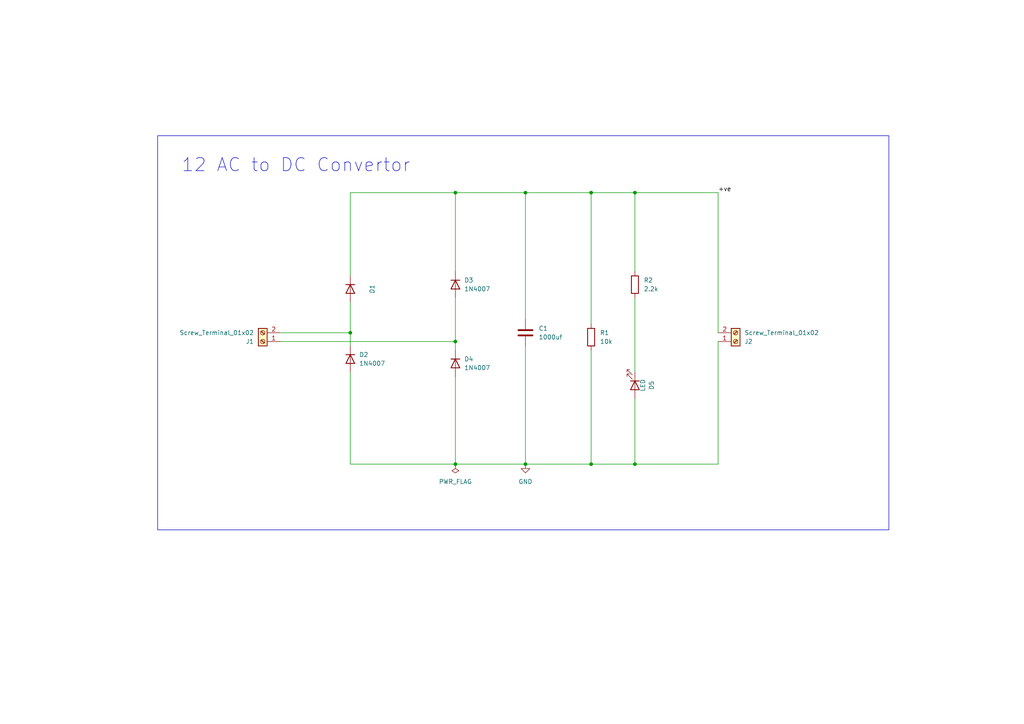
<source format=kicad_sch>
(kicad_sch (version 20250114) (generator "eeschema") (generator_version "9.0")
  (paper "A4")
  (title_block (title "AC to DC convertor") (date "2025-10-11") (company "sj"))
  (lib_symbols
    (symbol "Connector:Screw_Terminal_01x02" (pin_names (offset 1.016) (hide yes))
      (property "Reference" "J" (at 0 2.54 0))
      (property "Value" "Screw_Terminal_01x02" (at 0 -5.08 0))
      (symbol "Screw_Terminal_01x02_1_1"
        (rectangle (start -1.27 1.27) (end 1.27 -3.81) (stroke (width 0.254)) (fill (type background)))
        (polyline (pts (xy -0.5334 0.3302) (xy 0.3302 -0.508)) (stroke (width 0.1524)))
        (polyline (pts (xy -0.5334 -2.2098) (xy 0.3302 -3.048)) (stroke (width 0.1524)))
        (polyline (pts (xy -0.3556 0.508) (xy 0.508 -0.3302)) (stroke (width 0.1524)))
        (polyline (pts (xy -0.3556 -2.032) (xy 0.508 -2.8702)) (stroke (width 0.1524)))
        (circle (center 0 0) (radius 0.635) (stroke (width 0.1524)))
        (circle (center 0 -2.54) (radius 0.635) (stroke (width 0.1524)))
        (pin passive line (at -5.08 0 0) (length 3.81) (name "Pin_1") (number "1"))
        (pin passive line (at -5.08 -2.54 0) (length 3.81) (name "Pin_2") (number "2"))
      )
    )
    (symbol "Device:C" (pin_numbers (hide yes)) (pin_names (offset 0.254))
      (property "Reference" "C" (at 0.635 2.54 0))
      (property "Value" "C" (at 0.635 -2.54 0))
      (symbol "C_0_1"
        (polyline (pts (xy -2.032 0.762) (xy 2.032 0.762)) (stroke (width 0.508)))
        (polyline (pts (xy -2.032 -0.762) (xy 2.032 -0.762)) (stroke (width 0.508)))
      )
      (symbol "C_1_1"
        (pin passive line (at 0 3.81 270) (length 2.794) (name "~") (number "1"))
        (pin passive line (at 0 -3.81 90) (length 2.794) (name "~") (number "2"))
      )
    )
    (symbol "Device:LED" (pin_numbers (hide yes)) (pin_names (offset 1.016) (hide yes))
      (property "Reference" "D" (at 0 2.54 0))
      (property "Value" "LED" (at 0 -2.54 0))
      (symbol "LED_0_1"
        (polyline (pts (xy -3.048 -0.762) (xy -4.572 -2.286) (xy -3.81 -2.286) (xy -4.572 -2.286) (xy -4.572 -1.524)))
        (polyline (pts (xy -1.778 -0.762) (xy -3.302 -2.286) (xy -2.54 -2.286) (xy -3.302 -2.286) (xy -3.302 -1.524)))
        (polyline (pts (xy -1.27 0) (xy 1.27 0)))
        (polyline (pts (xy -1.27 -1.27) (xy -1.27 1.27)) (stroke (width 0.254)))
        (polyline (pts (xy 1.27 -1.27) (xy 1.27 1.27) (xy -1.27 0) (xy 1.27 -1.27)) (stroke (width 0.254)))
      )
      (symbol "LED_1_1"
        (pin passive line (at -3.81 0 0) (length 2.54) (name "K") (number "1"))
        (pin passive line (at 3.81 0 180) (length 2.54) (name "A") (number "2"))
      )
    )
    (symbol "Device:R" (pin_numbers (hide yes)) (pin_names (offset 0))
      (property "Reference" "R" (at 2.032 0 90))
      (property "Value" "R" (at 0 0 90))
      (symbol "R_0_1"
        (rectangle (start -1.016 -2.54) (end 1.016 2.54) (stroke (width 0.254)))
      )
      (symbol "R_1_1"
        (pin passive line (at 0 3.81 270) (length 1.27) (name "~") (number "1"))
        (pin passive line (at 0 -3.81 90) (length 1.27) (name "~") (number "2"))
      )
    )
    (symbol "Diode:1N4007" (pin_numbers (hide yes)) (pin_names (hide yes))
      (property "Reference" "D" (at 0 2.54 0))
      (property "Value" "1N4007" (at 0 -2.54 0))
      (symbol "1N4007_0_1"
        (polyline (pts (xy -1.27 1.27) (xy -1.27 -1.27)) (stroke (width 0.254)))
        (polyline (pts (xy 1.27 1.27) (xy 1.27 -1.27) (xy -1.27 0) (xy 1.27 1.27)) (stroke (width 0.254)))
        (polyline (pts (xy 1.27 0) (xy -1.27 0)))
      )
      (symbol "1N4007_1_1"
        (pin passive line (at -3.81 0 0) (length 2.54) (name "K") (number "1"))
        (pin passive line (at 3.81 0 180) (length 2.54) (name "A") (number "2"))
      )
    )
    (symbol "power:GND" (power) (pin_numbers (hide yes)) (pin_names (offset 0) (hide yes))
      (property "Value" "GND" (at 0 -3.81 0))
      (symbol "GND_0_1"
        (polyline (pts (xy 0 0) (xy 0 -1.27) (xy 1.27 -1.27) (xy 0 -2.54) (xy -1.27 -1.27) (xy 0 -1.27)))
      )
      (symbol "GND_1_1"
        (pin power_in line (at 0 0 270) (length 0) (name "~") (number "1"))
      )
    )
    (symbol "power:PWR_FLAG" (power) (pin_numbers (hide yes)) (pin_names (offset 0) (hide yes))
      (property "Value" "PWR_FLAG" (at 0 3.81 0))
      (symbol "PWR_FLAG_0_0"
        (pin power_out line (at 0 0 90) (length 0) (name "~") (number "1"))
      )
      (symbol "PWR_FLAG_0_1"
        (polyline (pts (xy 0 0) (xy 0 1.27) (xy -1.016 1.905) (xy 0 2.54) (xy 1.016 1.905) (xy 0 1.27)))
      )
    )
  )
  (rectangle (start 45.72 39.37) (end 257.81 153.67))
  (text "12 AC to DC Convertor" (at 85.852 48.006 0) (effects (font (size 3.81 3.81))))
  (junction (at 184.15 55.88))
  (junction (at 152.4 134.62))
  (junction (at 132.08 134.62))
  (junction (at 152.4 55.88))
  (junction (at 184.15 134.62))
  (junction (at 171.45 134.62))
  (junction (at 101.6 96.52))
  (junction (at 132.08 99.06))
  (junction (at 132.08 55.88))
  (junction (at 171.45 55.88))
  (wire (pts (xy 132.08 55.88) (xy 152.4 55.88)))
  (wire (pts (xy 152.4 55.88) (xy 171.45 55.88)))
  (wire (pts (xy 132.08 134.62) (xy 101.6 134.62)))
  (wire (pts (xy 184.15 115.57) (xy 184.15 134.62)))
  (wire (pts (xy 152.4 100.33) (xy 152.4 134.62)))
  (wire (pts (xy 132.08 99.06) (xy 132.08 101.6)))
  (wire (pts (xy 152.4 134.62) (xy 171.45 134.62)))
  (wire (pts (xy 101.6 96.52) (xy 101.6 100.33)))
  (wire (pts (xy 184.15 55.88) (xy 208.28 55.88)))
  (wire (pts (xy 132.08 86.36) (xy 132.08 99.06)))
  (wire (pts (xy 101.6 134.62) (xy 101.6 107.95)))
  (wire (pts (xy 184.15 86.36) (xy 184.15 107.95)))
  (wire (pts (xy 171.45 101.6) (xy 171.45 134.62)))
  (wire (pts (xy 81.28 99.06) (xy 132.08 99.06)))
  (wire (pts (xy 184.15 55.88) (xy 184.15 78.74)))
  (wire (pts (xy 101.6 80.01) (xy 101.6 55.88)))
  (wire (pts (xy 152.4 134.62) (xy 132.08 134.62)))
  (wire (pts (xy 152.4 55.88) (xy 152.4 92.71)))
  (wire (pts (xy 171.45 93.98) (xy 171.45 55.88)))
  (wire (pts (xy 101.6 55.88) (xy 132.08 55.88)))
  (wire (pts (xy 171.45 134.62) (xy 184.15 134.62)))
  (wire (pts (xy 208.28 99.06) (xy 208.28 134.62)))
  (wire (pts (xy 81.28 96.52) (xy 101.6 96.52)))
  (wire (pts (xy 132.08 109.22) (xy 132.08 134.62)))
  (wire (pts (xy 101.6 87.63) (xy 101.6 96.52)))
  (wire (pts (xy 184.15 134.62) (xy 208.28 134.62)))
  (wire (pts (xy 208.28 55.88) (xy 208.28 96.52)))
  (wire (pts (xy 171.45 55.88) (xy 184.15 55.88)))
  (wire (pts (xy 132.08 55.88) (xy 132.08 78.74)))
  (label "+ve" (at 208.28 55.88 0))
  (symbol (lib_id "Diode:1N4007") (at 101.6 83.82 270) (unit 1)
    (property "Reference" "D1" (at 107.95 83.82 0) (effects (font (italic yes))))
    (property "Value" "1N4007" (effects (hide yes)))
    (property "Footprint" "Diode_THT:D_DO-41_SOD81_P10.16mm_Horizontal" (effects (hide yes)))
    (property "Datasheet" "http://www.vishay.com/docs/88503/1n4001.pdf" (effects (hide yes)))
    (property "Description" "1000V 1A General Purpose Rectifier Diode, DO-41" (effects (hide yes)))
  )
  (symbol (lib_id "power:GND") (at 152.4 134.62 0) (unit 1)
    (property "Reference" "#PWR01" (effects (hide yes)))
    (property "Value" "GND" (at 152.4 139.7 0))
    (property "Description" "Power symbol creates a global label with name \"GND\" , ground" (effects (hide yes)))
  )
  (symbol (lib_id "Connector:Screw_Terminal_01x02") (at 213.36 99.06 0) (mirror x) (unit 1)
    (property "Reference" "J2" (at 215.9 99.0601 0) (effects (justify left)))
    (property "Value" "Screw_Terminal_01x02" (at 215.9 96.5201 0) (effects (justify left)))
    (property "Footprint" "TerminalBlock:TerminalBlock_Xinya_XY308-2.54-2P_1x02_P2.54mm_Horizontal" (effects (hide yes)))
    (property "Description" "Generic screw terminal, single row, 01x02, script generated (kicad-library-utils/schlib/autogen/connector/)" (effects (hide yes)))
  )
  (symbol (lib_id "power:PWR_FLAG") (at 132.08 134.62 180) (unit 1)
    (property "Reference" "#FLG01" (effects (hide yes)))
    (property "Value" "PWR_FLAG" (at 132.08 139.7 0))
    (property "Description" "Special symbol for telling ERC where power comes from" (effects (hide yes)))
  )
  (symbol (lib_id "Diode:1N4007") (at 132.08 82.55 270) (unit 1)
    (property "Reference" "D3" (at 134.62 81.2799 90) (effects (justify left)))
    (property "Value" "1N4007" (at 134.62 83.8199 90) (effects (justify left)))
    (property "Footprint" "Diode_THT:D_DO-41_SOD81_P10.16mm_Horizontal" (effects (hide yes)))
    (property "Datasheet" "http://www.vishay.com/docs/88503/1n4001.pdf" (effects (hide yes)))
    (property "Description" "1000V 1A General Purpose Rectifier Diode, DO-41" (effects (hide yes)))
    (property "Sim.Device" "D" (effects (hide yes)))
    (property "Sim.Pins" "1=K 2=A" (effects (hide yes)))
  )
  (symbol (lib_id "Diode:1N4007") (at 132.08 105.41 270) (unit 1)
    (property "Reference" "D4" (at 134.62 104.1399 90) (effects (justify left)))
    (property "Value" "1N4007" (at 134.62 106.6799 90) (effects (justify left)))
    (property "Footprint" "Diode_THT:D_DO-41_SOD81_P10.16mm_Horizontal" (effects (hide yes)))
    (property "Datasheet" "http://www.vishay.com/docs/88503/1n4001.pdf" (effects (hide yes)))
    (property "Description" "1000V 1A General Purpose Rectifier Diode, DO-41" (effects (hide yes)))
    (property "Sim.Device" "D" (effects (hide yes)))
    (property "Sim.Pins" "1=K 2=A" (effects (hide yes)))
  )
  (symbol (lib_id "Device:R") (at 184.15 82.55 0) (unit 1)
    (property "Reference" "R2" (at 186.69 81.2799 0) (effects (justify left)))
    (property "Value" "2.2k" (at 186.69 83.8199 0) (effects (justify left)))
    (property "Footprint" "Resistor_THT:R_Axial_DIN0207_L6.3mm_D2.5mm_P7.62mm_Horizontal" (effects (hide yes)))
    (property "Description" "Resistor" (effects (hide yes)))
  )
  (symbol (lib_id "Connector:Screw_Terminal_01x02") (at 76.2 99.06 180) (unit 1)
    (property "Reference" "J1" (at 73.66 99.0601 0) (effects (justify left)))
    (property "Value" "Screw_Terminal_01x02" (at 73.66 96.5201 0) (effects (justify left)))
    (property "Footprint" "TerminalBlock:TerminalBlock_Xinya_XY308-2.54-2P_1x02_P2.54mm_Horizontal" (effects (hide yes)))
    (property "Description" "Generic screw terminal, single row, 01x02, script generated (kicad-library-utils/schlib/autogen/connector/)" (effects (hide yes)))
  )
  (symbol (lib_id "Device:C") (at 152.4 96.52 0) (unit 1)
    (property "Reference" "C1" (at 156.21 95.2499 0) (effects (justify left)))
    (property "Value" "1000uf" (at 156.21 97.7899 0) (effects (justify left)))
    (property "Footprint" "Capacitor_THT:C_Radial_D8.0mm_H11.5mm_P3.50mm" (effects (hide yes)))
    (property "Description" "Unpolarized capacitor" (effects (hide yes)))
  )
  (symbol (lib_id "Device:R") (at 171.45 97.79 0) (unit 1)
    (property "Reference" "R1" (at 173.99 96.5199 0) (effects (justify left)))
    (property "Value" "10k" (at 173.99 99.0599 0) (effects (justify left)))
    (property "Footprint" "Resistor_THT:R_Axial_DIN0207_L6.3mm_D2.5mm_P7.62mm_Horizontal" (effects (hide yes)))
    (property "Description" "Resistor" (effects (hide yes)))
  )
  (symbol (lib_id "Diode:1N4007") (at 101.6 104.14 270) (unit 1)
    (property "Reference" "D2" (at 104.14 102.8699 90) (effects (justify left)))
    (property "Value" "1N4007" (at 104.14 105.4099 90) (effects (justify left)))
    (property "Footprint" "Diode_THT:D_DO-41_SOD81_P10.16mm_Horizontal" (effects (hide yes)))
    (property "Datasheet" "http://www.vishay.com/docs/88503/1n4001.pdf" (effects (hide yes)))
    (property "Description" "1000V 1A General Purpose Rectifier Diode, DO-41" (effects (hide yes)))
    (property "Sim.Device" "D" (effects (hide yes)))
    (property "Sim.Pins" "1=K 2=A" (effects (hide yes)))
  )
  (symbol (lib_id "Device:LED") (at 184.15 111.76 270) (unit 1)
    (property "Reference" "D5" (at 188.976 111.76 0))
    (property "Value" "LED" (at 186.436 111.76 0))
    (property "Footprint" "LED_THT:LED_D4.0mm" (effects (hide yes)))
    (property "Description" "Light emitting diode" (effects (hide yes)))
    (property "Sim.Pins" "1=K 2=A" (effects (hide yes)))
  )
)
</source>
